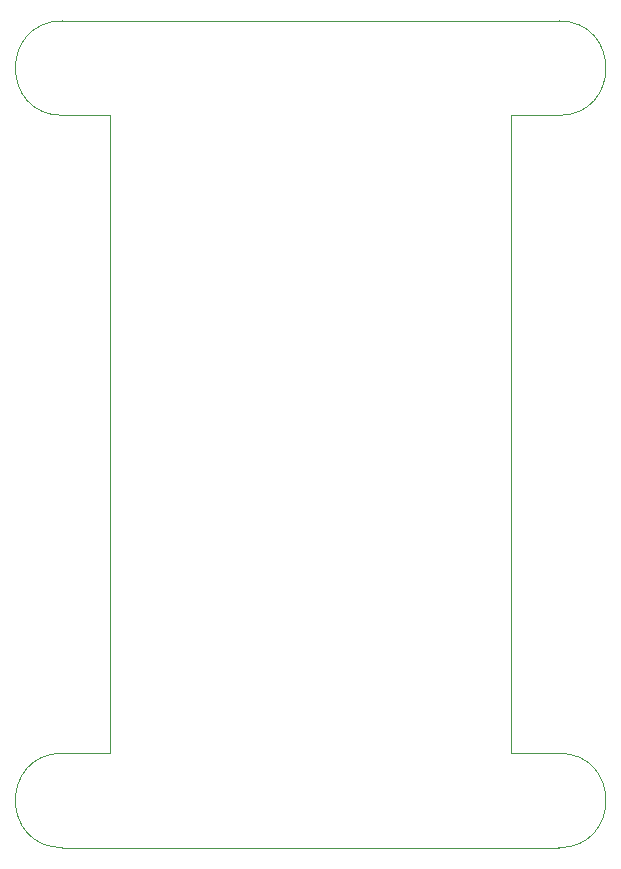
<source format=gko>
G04 Layer: BoardOutlineLayer*
G04 EasyEDA Pro v2.2.32.3, 2024-11-26 15:57:28*
G04 Gerber Generator version 0.3*
G04 Scale: 100 percent, Rotated: No, Reflected: No*
G04 Dimensions in millimeters*
G04 Leading zeros omitted, absolute positions, 3 integers and 5 decimals*
%FSLAX35Y35*%
%MOMM*%
%ADD10C,0.1*%
G75*


G04 PolygonModel Start*
G54D10*
G01X5807430Y6142650D02*
G01X5807430Y6142888D01*
G01X6307429Y6942205D02*
G01X5807430Y6942205D01*
G01X6307429Y6942205D02*
G01X9307423Y6942205D01*
G01X5707431Y6142206D02*
G01X6107430Y6142206D01*
G01X5807430Y6942205D02*
G01X5704960Y6941555D01*
G01X5707431Y6942205D02*
G03X5707431Y6142206I0J-399999D01*
G01X6307429Y-57781D02*
G01X5807430Y-57781D01*
G01X6107430Y742217D02*
G01X6107430Y6142206D01*
G01X5807430Y-57781D02*
G01X5704771Y-58122D01*
G01X5707431Y742217D02*
G01X6107430Y742217D01*
G01X5707431Y742217D02*
G03X5707431Y-57781I0J-399999D01*
G01X9307423Y-57781D02*
G01X9807422Y-57781D01*
G01X9307423Y-57781D02*
G01X6307429Y-57781D01*
G01X9907421Y-57781D02*
G03X9907421Y742217I0J399999D01*
G01X9907421Y742217D02*
G01X9507422Y742217D01*
G01X9907421Y6142206D02*
G03X9907421Y6942205I0J399999D01*
G01X9907421Y6142206D02*
G01X9507422Y6142206D01*
G01X9807422Y6942205D02*
G01X9908714Y6942541D01*
G01X9507422Y6142206D02*
G01X9507422Y742217D01*
G01X9307423Y6942205D02*
G01X9807422Y6942205D01*
G01X9807422Y-57781D02*
G01X9908712Y-57700D01*

M02*


</source>
